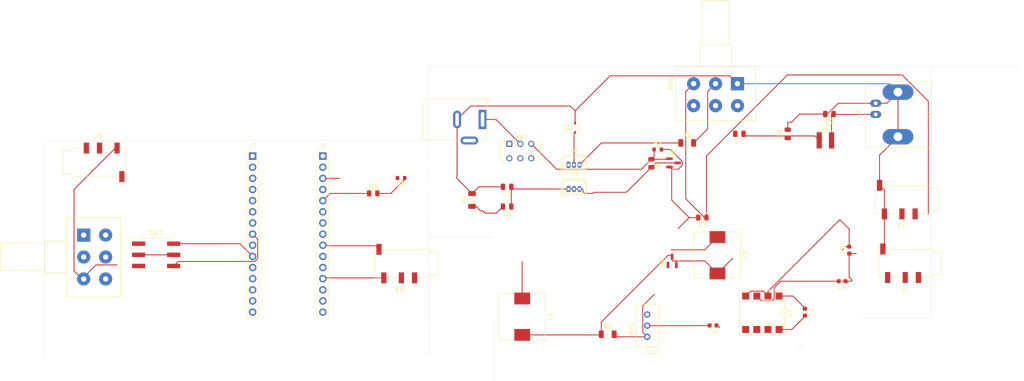
<source format=kicad_pcb>
(kicad_pcb (version 20240108) (generator "pcbnew") (generator_version "8.0")
  (layers (0 "F.Cu" signal) (31 "B.Cu" signal) (34 "B.Paste" user) (35 "F.Paste" user) (36 "B.SilkS" user "B.Silkscreen") (37 "F.SilkS" user "F.Silkscreen") (38 "B.Mask" user) (39 "F.Mask" user) (44 "Edge.Cuts" user))
  (net 0 "")
  (net 1 "Net-(C1-Pad2)")
  (net 2 "Net-(C1-Pad1)")
  (net 3 "Net-(C2-Pad2)")
  (net 4 "Net-(C2-Pad1)")
  (net 5 "Net-(D1-A)")
  (net 6 "Net-(D2-K)")
  (net 7 "Net-(U1-+)")
  (net 8 "Net-(J5-Pin_1)")
  (net 9 "Net-(D2-A)")
  (net 10 "Net-(Q2-C)")
  (net 11 "Net-(C7-Pad1)")
  (net 12 "Net-(J2-In)")
  (net 13 "Net-(D1-K)")
  (net 14 "Net-(D3-A)")
  (net 15 "Net-(D3-K)")
  (net 16 "Net-(SW1A-B)")
  (net 17 "Net-(J7-Pin_8)")
  (net 21 "Net-(J7-Pin_6)")
  (net 25 "Net-(J7-Pin_10)")
  (net 27 "Net-(J7-Pin_7)")
  (net 30 "Net-(J8-Pin_9)")
  (net 34 "Net-(J8-Pin_3)")
  (net 35 "Net-(J8-Pin_12)")
  (net 42 "Net-(Q1-C)")
  (net 43 "Net-(R6-Pad2)")
  (net 55 "Net-(J7-Pin_4)")
  (net 56 "Net-(J7-Pin_12)")
  (net 57 "Net-(J7-Pin_5)")
  (footprint "Resistor_SMD:R_0603_1608Metric" (layer "F.Cu") (at 177.825 50)
    (property "Reference" "R2" (at 0 -1.43 0) (layer "F.SilkS"))
    (property "Value" "R33k")
    (pad "1" smd roundrect (at -0.825 0) (size 0.8 0.95) (layers "F.Cu" "F.Paste" "F.Mask") (net 42 "Net-(Q1-C)"))
    (pad "2" smd roundrect (at 0.825 0) (size 0.8 0.95) (layers "F.Cu" "F.Paste" "F.Mask") (net 9 "Net-(D2-A)"))
  )
  (footprint "Capacitor_SMD:C_0603_1608Metric" (layer "F.Cu") (at 211.36 87.07 -90)
    (property "Reference" "C1" (at 0 -1.43 -90) (layer "F.SilkS"))
    (property "Value" "C 10uF")
    (pad "1" smd roundrect (at -0.775 0 270) (size 0.9 0.95) (layers "F.Cu" "F.Paste" "F.Mask") (net 2 "Net-(C1-Pad1)"))
    (pad "2" smd roundrect (at 0.775 0 270) (size 0.9 0.95) (layers "F.Cu" "F.Paste" "F.Mask") (net 1 "Net-(C1-Pad2)"))
  )
  (footprint "Resistor_SMD:R_1206_3216Metric" (layer "F.Cu") (at 135.5 61.5 90)
    (property "Reference" "R4" (at 0 -1.82 90) (layer "F.SilkS"))
    (property "Value" "R")
    (pad "1" smd roundrect (at -1.4625 0 90) (size 1.125 1.75) (layers "F.Cu" "F.Paste" "F.Mask") (roundrect_rratio 0.222222) (net 9 "Net-(D2-A)"))
    (pad "2" smd roundrect (at 1.4625 0 90) (size 1.125 1.75) (layers "F.Cu" "F.Paste" "F.Mask") (roundrect_rratio 0.222222) (net 5 "Net-(D1-A)"))
  )
  (footprint "Resistor_SMD:R_0805_2012Metric" (layer "F.Cu") (at 176.375 53.1375 -90)
    (property "Reference" "R1" (at 0 -1.65 -90) (layer "F.SilkS"))
    (property "Value" "R47k")
    (pad "1" smd roundrect (at -0.9125 0 270) (size 1.025 1.4) (layers "F.Cu" "F.Paste" "F.Mask") (roundrect_rratio 0.243902) (net 42 "Net-(Q1-C)"))
    (pad "2" smd roundrect (at 0.9125 0 270) (size 1.025 1.4) (layers "F.Cu" "F.Paste" "F.Mask") (roundrect_rratio 0.243902) (net 8 "Net-(J5-Pin_1)"))
  )
  (footprint "Capacitor_SMD:C_0805_2012Metric" (layer "F.Cu") (at 196.43 46.42 180)
    (property "Reference" "C7" (at 0 -1.68 180) (layer "F.SilkS"))
    (property "Value" "C0.01uF")
    (pad "1" smd roundrect (at -0.95 0 180) (size 1 1.45) (layers "F.Cu" "F.Paste" "F.Mask") (net 11 "Net-(C7-Pad1)"))
    (pad "2" smd roundrect (at 0.95 0 180) (size 1 1.45) (layers "F.Cu" "F.Paste" "F.Mask") (net 10 "Net-(Q2-C)"))
  )
  (footprint "LED_SMD:LED_0805_2012Metric" (layer "F.Cu") (at 112.985 60)
    (property "Reference" "D3" (at 0 -1.65 0) (layer "F.SilkS"))
    (property "Value" "LED")
    (pad "1" smd roundrect (at -0.9375 0) (size 0.975 1.4) (layers "F.Cu" "F.Paste" "F.Mask") (net 15 "Net-(D3-K)"))
    (pad "2" smd roundrect (at 0.9375 0) (size 0.975 1.4) (layers "F.Cu" "F.Paste" "F.Mask") (net 14 "Net-(D3-A)"))
  )
  (footprint "Potentiometer_THT:Potentiometer_Bourns_3296X_Horizontal" (layer "F.Cu") (at 175.43 87.6 90)
    (property "Reference" "RV2" (at -3.3 -3.66 90) (layer "F.SilkS"))
    (property "Value" "R_100ohm")
    (pad "1" thru_hole circle (at 0 0 90) (size 1.44 1.44) (drill 0.8) (layers "*.Cu" "*.Mask"))
    (pad "2" thru_hole circle (at -2.54 0 90) (size 1.44 1.44) (drill 0.8) (layers "*.Cu" "*.Mask") (net 3 "Net-(C2-Pad2)"))
    (pad "3" thru_hole circle (at -5.08 0 90) (size 1.44 1.44) (drill 0.8) (layers "*.Cu" "*.Mask") (net 5 "Net-(D1-A)"))
  )
  (footprint "Capacitor_SMD:C_0603_1608Metric" (layer "F.Cu") (at 219.86 80.02 180)
    (property "Reference" "C4" (at 0 -1.43 180) (layer "F.SilkS"))
    (property "Value" "C")
    (pad "1" smd roundrect (at -0.775 0 180) (size 0.9 0.95) (layers "F.Cu" "F.Paste" "F.Mask") (net 6 "Net-(D2-K)"))
    (pad "2" smd roundrect (at 0.775 0 180) (size 0.9 0.95) (layers "F.Cu" "F.Paste" "F.Mask") (net 7 "Net-(U1-+)"))
  )
  (footprint "Capacitor_SMD:C_0805_2012Metric" (layer "F.Cu") (at 207.45 46.42 90)
    (property "Reference" "C8" (at 0 -1.68 90) (layer "F.SilkS"))
    (property "Value" "C_Small")
    (pad "1" smd roundrect (at -0.95 0 90) (size 1 1.45) (layers "F.Cu" "F.Paste" "F.Mask") (net 11 "Net-(C7-Pad1)"))
    (pad "2" smd roundrect (at 0.95 0 90) (size 1 1.45) (layers "F.Cu" "F.Paste" "F.Mask") (net 5 "Net-(D1-A)"))
  )
  (footprint "Potentiometer_THT:Potentiometer_Alps_RK163_Dual_Horizontal" (layer "F.Cu") (at 47 69.5)
    (property "Reference" "RV3" (hide yes))
    (property "Value" "R_Potentiometer_10k")
    (pad "1" thru_hole rect (at 0 0 180) (size 3 3) (drill 1.2) (layers "*.Cu" "*.Mask") (net 25 "Net-(J7-Pin_10)"))
    (pad "2" thru_hole circle (at 0 5 180) (size 3 3) (drill 1.2) (layers "*.Cu" "*.Mask") (net 57 "Net-(J7-Pin_5)"))
    (pad "3" thru_hole circle (at 0 10 180) (size 3 3) (drill 1.2) (layers "*.Cu" "*.Mask") (net 56 "Net-(J7-Pin_12)"))
    (pad "4" thru_hole circle (at 5 0 180) (size 3 3) (drill 1.2) (layers "*.Cu" "*.Mask"))
    (pad "5" thru_hole circle (at 5 5 180) (size 3 3) (drill 1.2) (layers "*.Cu" "*.Mask"))
    (pad "6" thru_hole circle (at 5 10 180) (size 3 3) (drill 1.2) (layers "*.Cu" "*.Mask"))
  )
  (footprint "Inductor_SMD:L_10.4x10.4_H4.8" (layer "F.Cu") (at 146.93 88.1 -90)
    (property "Reference" "L1" (at 0 -6.35 90) (layer "F.SilkS"))
    (property "Value" "L_100uH")
    (pad "1" smd rect (at -4.15 0 270) (size 2.7 3.6) (layers "F.Cu" "F.Paste" "F.Mask") (net 9 "Net-(D2-A)"))
    (pad "2" smd rect (at 4.15 0 270) (size 2.7 3.6) (layers "F.Cu" "F.Paste" "F.Mask") (net 6 "Net-(D2-K)"))
  )
  (footprint "Capacitor_SMD:C_0805_2012Metric" (layer "F.Cu") (at 143.5 63 180)
    (property "Reference" "C6" (at 0 -1.68 0) (layer "F.SilkS"))
    (property "Value" "C100p")
    (pad "1" smd roundrect (at -0.95 0 180) (size 1 1.45) (layers "F.Cu" "F.Paste" "F.Mask") (net 8 "Net-(J5-Pin_1)"))
    (pad "2" smd roundrect (at 0.95 0 180) (size 1 1.45) (layers "F.Cu" "F.Paste" "F.Mask") (net 9 "Net-(D2-A)"))
  )
  (footprint "Capacitor_SMD:C_0603_1608Metric" (layer "F.Cu") (at 190.43 90.1 180)
    (property "Reference" "C2" (at 0 -1.43 180) (layer "F.SilkS"))
    (property "Value" "C 10uF")
    (pad "1" smd roundrect (at -0.775 0 180) (size 0.9 0.95) (layers "F.Cu" "F.Paste" "F.Mask") (net 4 "Net-(C2-Pad1)"))
    (pad "2" smd roundrect (at 0.775 0 180) (size 0.9 0.95) (layers "F.Cu" "F.Paste" "F.Mask") (net 3 "Net-(C2-Pad2)"))
  )
  (footprint "Connector_Audio:Jack_3.5mm_KoreanHropartsElec_PJ-320D-4A_Horizontal" (layer "F.Cu") (at 234.08 75.92 180)
    (property "Reference" "J4" (at 0 -6 180) (layer "F.SilkS"))
    (property "Value" "AudioJack3_Ground")
    (pad "" np_thru_hole circle (at -4.75 0 180) (size 1.6 1.6) (drill 1.6) (layers "F&B.Cu" "*.Mask"))
    (pad "" np_thru_hole circle (at 2.25 0 180) (size 1.6 1.6) (drill 1.6) (layers "F&B.Cu" "*.Mask"))
    (pad "R1" smd rect (at -0.15 -3.25 180) (size 1.2 2.5) (layers "F.Cu" "F.Paste" "F.Mask"))
    (pad "R2" smd rect (at -3.15 -3.25 180) (size 1.2 2.5) (layers "F.Cu" "F.Paste" "F.Mask"))
    (pad "S" smd rect (at 4.95 3.25 180) (size 1.2 2.5) (layers "F.Cu" "F.Paste" "F.Mask") (net 5 "Net-(D1-A)"))
    (pad "T" smd rect (at 3.85 -3.25 180) (size 1.2 2.5) (layers "F.Cu" "F.Paste" "F.Mask") (net 6 "Net-(D2-K)"))
  )
  (footprint "Connector_Audio:Jack_3.5mm_KoreanHropartsElec_PJ-320D-4A_Horizontal" (layer "F.Cu") (at 119.25 76 180)
    (property "Reference" "J10" (at 0 -6 180) (layer "F.SilkS"))
    (property "Value" "AudioJack3_Radio")
    (pad "" np_thru_hole circle (at -4.75 0 180) (size 1.6 1.6) (drill 1.6) (layers "F&B.Cu" "*.Mask"))
    (pad "" np_thru_hole circle (at 2.25 0 180) (size 1.6 1.6) (drill 1.6) (layers "F&B.Cu" "*.Mask"))
    (pad "R1" smd rect (at -0.15 -3.25 180) (size 1.2 2.5) (layers "F.Cu" "F.Paste" "F.Mask"))
    (pad "R2" smd rect (at -3.15 -3.25 180) (size 1.2 2.5) (layers "F.Cu" "F.Paste" "F.Mask"))
    (pad "S" smd rect (at 4.95 3.25 180) (size 1.2 2.5) (layers "F.Cu" "F.Paste" "F.Mask") (net 30 "Net-(J8-Pin_9)"))
    (pad "T" smd rect (at 3.85 -3.25 180) (size 1.2 2.5) (layers "F.Cu" "F.Paste" "F.Mask") (net 35 "Net-(J8-Pin_12)"))
  )
  (footprint "Inductor_SMD:L_10.4x10.4_H4.8" (layer "F.Cu") (at 191.43 74.1 -90)
    (property "Reference" "L3" (at 0 -6.35 90) (layer "F.SilkS"))
    (property "Value" "L")
    (pad "1" smd rect (at -4.15 0 270) (size 2.7 3.6) (layers "F.Cu" "F.Paste" "F.Mask") (net 9 "Net-(D2-A)"))
    (pad "2" smd rect (at 4.15 0 270) (size 2.7 3.6) (layers "F.Cu" "F.Paste" "F.Mask") (net 10 "Net-(Q2-C)"))
  )
  (footprint "Connector_Hirose:Hirose_DF13-03P-1.25DSA_1x03_P1.25mm_Vertical" (layer "F.Cu") (at 157.5 59)
    (property "Reference" "J5" (at 1.25 -3.4 0) (layer "F.SilkS"))
    (property "Value" "Conn_01x03_Pin")
    (pad "1" thru_hole roundrect (at 0 0) (size 0.9 1.4) (drill 0.6) (layers "*.Cu" "*.Mask") (net 8 "Net-(J5-Pin_1)"))
    (pad "2" thru_hole oval (at 1.25 0) (size 0.9 1.4) (drill 0.6) (layers "*.Cu" "*.Mask") (net 8 "Net-(J5-Pin_1)"))
    (pad "3" thru_hole oval (at 2.5 0) (size 0.9 1.4) (drill 0.6) (layers "*.Cu" "*.Mask") (net 8 "Net-(J5-Pin_1)"))
  )
  (footprint "Package_TO_SOT_SMD:SOT-23" (layer "F.Cu") (at 181.4375 53.05)
    (property "Reference" "Q1" (at 0 -2.4 0) (layer "F.SilkS"))
    (property "Value" "9013")
    (pad "1" smd roundrect (at -0.9375 -0.95) (size 1.475 0.6) (layers "F.Cu" "F.Paste" "F.Mask") (net 42 "Net-(Q1-C)"))
    (pad "2" smd roundrect (at -0.9375 0.95) (size 1.475 0.6) (layers "F.Cu" "F.Paste" "F.Mask") (net 9 "Net-(D2-A)"))
    (pad "3" smd roundrect (at 0.9375 0) (size 1.475 0.6) (layers "F.Cu" "F.Paste" "F.Mask") (net 8 "Net-(J5-Pin_1)"))
  )
  (footprint "Inductor_SMD:L_Taiyo-Yuden_MD-4040" (layer "F.Cu") (at 216.03 47.92)
    (property "Reference" "L2" (at 0 -3 0) (layer "F.SilkS"))
    (property "Value" "1uH")
    (pad "1" smd rect (at -1.4 0) (size 1.2 3.7) (layers "F.Cu" "F.Paste" "F.Mask") (net 11 "Net-(C7-Pad1)"))
    (pad "2" smd rect (at 1.4 0) (size 1.2 3.7) (layers "F.Cu" "F.Paste" "F.Mask") (net 12 "Net-(J2-In)"))
  )
  (footprint "Button_Switch_SMD:Nidec_Copal_SH-7010B" (layer "F.Cu") (at 63.5 74)
    (property "Reference" "SW7" (at 0 -4.9 0) (layer "F.SilkS"))
    (property "Value" "SW_Coded_SH-7050")
    (pad "1" smd rect (at -4 -2.54) (size 3 1) (layers "F.Cu" "F.Paste" "F.Mask") (net 55 "Net-(J7-Pin_4)"))
    (pad "2" smd rect (at 4 2.54) (size 3 1) (layers "F.Cu" "F.Paste" "F.Mask") (net 17 "Net-(J7-Pin_8)"))
    (pad "4" smd rect (at -4 2.54) (size 3 1) (layers "F.Cu" "F.Paste" "F.Mask"))
    (pad "8" smd rect (at 4 -2.54) (size 3 1) (layers "F.Cu" "F.Paste" "F.Mask") (net 25 "Net-(J7-Pin_10)"))
    (pad "C" smd rect (at -4 0) (size 3 1) (layers "F.Cu" "F.Paste" "F.Mask") (net 56 "Net-(J7-Pin_12)"))
    (pad "C" smd rect (at 4 0) (size 3 1) (layers "F.Cu" "F.Paste" "F.Mask") (net 56 "Net-(J7-Pin_12)"))
  )
  (footprint "Connector_Audio:Jack_3.5mm_KoreanHropartsElec_PJ-320D-4A_Horizontal" (layer "F.Cu") (at 233.33 61.42 180)
    (property "Reference" "J3" (at 0 -6 180) (layer "F.SilkS"))
    (property "Value" "AudioJack3_Ground")
    (pad "" np_thru_hole circle (at -4.75 0 180) (size 1.6 1.6) (drill 1.6) (layers "F&B.Cu" "*.Mask"))
    (pad "" np_thru_hole circle (at 2.25 0 180) (size 1.6 1.6) (drill 1.6) (layers "F&B.Cu" "*.Mask"))
    (pad "R1" smd rect (at -0.15 -3.25 180) (size 1.2 2.5) (layers "F.Cu" "F.Paste" "F.Mask"))
    (pad "R2" smd rect (at -3.15 -3.25 180) (size 1.2 2.5) (layers "F.Cu" "F.Paste" "F.Mask"))
    (pad "S" smd rect (at 4.95 3.25 180) (size 1.2 2.5) (layers "F.Cu" "F.Paste" "F.Mask") (net 5 "Net-(D1-A)"))
    (pad "T" smd rect (at 3.85 -3.25 180) (size 1.2 2.5) (layers "F.Cu" "F.Paste" "F.Mask") (net 5 "Net-(D1-A)"))
  )
  (footprint "Button_Switch_THT:SW_CK_JS202011CQN_DPDT_Straight" (layer "F.Cu") (at 144 48.7)
    (property "Reference" "SW1" (at 2.75 -1.6 0) (layer "F.SilkS"))
    (property "Value" "SW_DPDT_x2")
    (pad "1" thru_hole roundrect (at 0 0) (size 1.4 1.4) (drill 0.9) (layers "*.Cu" "*.Mask") (roundrect_rratio 0.1785714286))
    (pad "2" thru_hole circle (at 2.5 0) (size 1.4 1.4) (drill 0.9) (layers "*.Cu" "*.Mask") (net 16 "Net-(SW1A-B)"))
    (pad "3" thru_hole circle (at 5 0) (size 1.4 1.4) (drill 0.9) (layers "*.Cu" "*.Mask") (net 42 "Net-(Q1-C)"))
    (pad "4" thru_hole circle (at 5 3.3) (size 1.4 1.4) (drill 0.9) (layers "*.Cu" "*.Mask"))
    (pad "5" thru_hole circle (at 2.5 3.3) (size 1.4 1.4) (drill 0.9) (layers "*.Cu" "*.Mask"))
    (pad "6" thru_hole circle (at 0 3.3) (size 1.4 1.4) (drill 0.9) (layers "*.Cu" "*.Mask"))
  )
  (footprint "Connector_PinHeader_2.54mm:PinHeader_1x15_P2.54mm_Vertical" (layer "F.Cu") (at 101.5 51.5)
    (property "Reference" "J8" (at 0 -2.33 0) (layer "F.SilkS"))
    (property "Value" "Conn_01x15_PinRight")
    (pad "1" thru_hole rect (at 0 0) (size 1.7 1.7) (drill 1) (layers "*.Cu" "*.Mask"))
    (pad "2" thru_hole oval (at 0 2.54) (size 1.7 1.7) (drill 1) (layers "*.Cu" "*.Mask"))
    (pad "3" thru_hole oval (at 0 5.08) (size 1.7 1.7) (drill 1) (layers "*.Cu" "*.Mask") (net 34 "Net-(J8-Pin_3)"))
    (pad "4" thru_hole oval (at 0 7.62) (size 1.7 1.7) (drill 1) (layers "*.Cu" "*.Mask"))
    (pad "5" thru_hole oval (at 0 10.16) (size 1.7 1.7) (drill 1) (layers "*.Cu" "*.Mask") (net 15 "Net-(D3-K)"))
    (pad "6" thru_hole oval (at 0 12.7) (size 1.7 1.7) (drill 1) (layers "*.Cu" "*.Mask"))
    (pad "7" thru_hole oval (at 0 15.24) (size 1.7 1.7) (drill 1) (layers "*.Cu" "*.Mask"))
    (pad "8" thru_hole oval (at 0 17.78) (size 1.7 1.7) (drill 1) (layers "*.Cu" "*.Mask"))
    (pad "9" thru_hole oval (at 0 20.32) (size 1.7 1.7) (drill 1) (layers "*.Cu" "*.Mask") (net 30 "Net-(J8-Pin_9)"))
    (pad "10" thru_hole oval (at 0 22.86) (size 1.7 1.7) (drill 1) (layers "*.Cu" "*.Mask"))
    (pad "11" thru_hole oval (at 0 25.4) (size 1.7 1.7) (drill 1) (layers "*.Cu" "*.Mask"))
    (pad "12" thru_hole oval (at 0 27.94) (size 1.7 1.7) (drill 1) (layers "*.Cu" "*.Mask") (net 35 "Net-(J8-Pin_12)"))
    (pad "13" thru_hole oval (at 0 30.48) (size 1.7 1.7) (drill 1) (layers "*.Cu" "*.Mask"))
    (pad "14" thru_hole oval (at 0 33.02) (size 1.7 1.7) (drill 1) (layers "*.Cu" "*.Mask"))
    (pad "15" thru_hole oval (at 0 35.56) (size 1.7 1.7) (drill 1) (layers "*.Cu" "*.Mask"))
  )
  (footprint "Resistor_SMD:R_0603_1608Metric" (layer "F.Cu") (at 119.325 56.5 180)
    (property "Reference" "R8" (at 0 -1.43 180) (layer "F.SilkS"))
    (property "Value" "R")
    (pad "1" smd roundrect (at -0.825 0 180) (size 0.8 0.95) (layers "F.Cu" "F.Paste" "F.Mask") (net 14 "Net-(D3-A)"))
    (pad "2" smd roundrect (at 0.825 0 180) (size 0.8 0.95) (layers "F.Cu" "F.Paste" "F.Mask") (net 34 "Net-(J8-Pin_3)"))
  )
  (footprint "Connector_Audio:Jack_3.5mm_KoreanHropartsElec_PJ-320D-4A_Horizontal" (layer "F.Cu") (at 50.75 52.92)
    (property "Reference" "J9" (at -0.4 -6 0) (layer "F.SilkS"))
    (property "Value" "AudioJack3_Key")
    (pad "" np_thru_hole circle (at -4.75 0) (size 1.6 1.6) (drill 1.6) (layers "F&B.Cu" "*.Mask"))
    (pad "" np_thru_hole circle (at 2.25 0) (size 1.6 1.6) (drill 1.6) (layers "F&B.Cu" "*.Mask"))
    (pad "R1" smd rect (at -0.15 -3.25) (size 1.2 2.5) (layers "F.Cu" "F.Paste" "F.Mask"))
    (pad "R2" smd rect (at -3.15 -3.25) (size 1.2 2.5) (layers "F.Cu" "F.Paste" "F.Mask"))
    (pad "S" smd rect (at 4.95 3.25) (size 1.2 2.5) (layers "F.Cu" "F.Paste" "F.Mask") (net 27 "Net-(J7-Pin_7)"))
    (pad "T" smd rect (at 3.85 -3.25) (size 1.2 2.5) (layers "F.Cu" "F.Paste" "F.Mask") (net 56 "Net-(J7-Pin_12)"))
  )
  (footprint "Connector_Hirose:Hirose_DF13-03P-1.25DSA_1x03_P1.25mm_Vertical" (layer "F.Cu") (at 157.5 53.5)
    (property "Reference" "J6" (at 1.25 -3.4 0) (layer "F.SilkS"))
    (property "Value" "Conn_01x03_Pin")
    (pad "1" thru_hole roundrect (at 0 0) (size 0.9 1.4) (drill 0.6) (layers "*.Cu" "*.Mask") (net 13 "Net-(D1-K)"))
    (pad "2" thru_hole oval (at 1.25 0) (size 0.9 1.4) (drill 0.6) (layers "*.Cu" "*.Mask") (net 13 "Net-(D1-K)"))
    (pad "3" thru_hole oval (at 2.5 0) (size 0.9 1.4) (drill 0.6) (layers "*.Cu" "*.Mask") (net 13 "Net-(D1-K)"))
  )
  (footprint "Diode_SMD:D_SOD-323" (layer "F.Cu") (at 159 45.05 90)
    (property "Reference" "D1" (at 0 -1.85 90) (layer "F.SilkS"))
    (property "Value" "D_C145491")
    (pad "1" smd roundrect (at -1.05 0 90) (size 0.6 0.45) (layers "F.Cu" "F.Paste" "F.Mask") (net 13 "Net-(D1-K)"))
    (pad "2" smd roundrect (at 1.05 0 90) (size 0.6 0.45) (layers "F.Cu" "F.Paste" "F.Mask") (net 5 "Net-(D1-A)"))
  )
  (footprint "Connector_Coaxial:BNC_Amphenol_B6252HB-NPP3G-50_Horizontal" (layer "F.Cu") (at 227.5 42 -90)
    (property "Reference" "J2" (at 0 4 90) (layer "F.SilkS"))
    (property "Value" "Conn_Coaxial")
    (pad "1" thru_hole oval (at 0 0 270) (size 1.6 2.5) (drill 0.89) (layers "*.Cu" "*.Mask") (net 12 "Net-(J2-In)"))
    (pad "2" thru_hole oval (at -5.08 -5.08 270) (size 3.5 7) (drill 2.01) (layers "*.Cu" "*.Mask") (net 5 "Net-(D1-A)"))
    (pad "2" thru_hole oval (at -2.54 0 270) (size 1.6 2.5) (drill 0.89) (layers "*.Cu" "*.Mask") (net 5 "Net-(D1-A)"))
    (pad "2" thru_hole oval (at 5.08 -5.08 270) (size 3.5 7) (drill 2.01) (layers "*.Cu" "*.Mask") (net 5 "Net-(D1-A)"))
  )
  (footprint "Connector_PinHeader_2.54mm:PinHeader_1x15_P2.54mm_Vertical" (layer "F.Cu") (at 85.5 51.5)
    (property "Reference" "J7" (at 0 -2.33 0) (layer "F.SilkS"))
    (property "Value" "Conn_01x15_PinLeft")
    (pad "1" thru_hole rect (at 0 0) (size 1.7 1.7) (drill 1) (layers "*.Cu" "*.Mask"))
    (pad "2" thru_hole oval (at 0 2.54) (size 1.7 1.7) (drill 1) (layers "*.Cu" "*.Mask"))
    (pad "3" thru_hole oval (at 0 5.08) (size 1.7 1.7) (drill 1) (layers "*.Cu" "*.Mask"))
    (pad "4" thru_hole oval (at 0 7.62) (size 1.7 1.7) (drill 1) (layers "*.Cu" "*.Mask") (net 55 "Net-(J7-Pin_4)"))
    (pad "5" thru_hole oval (at 0 10.16) (size 1.7 1.7) (drill 1) (layers "*.Cu" "*.Mask") (net 57 "Net-(J7-Pin_5)"))
    (pad "6" thru_hole oval (at 0 12.7) (size 1.7 1.7) (drill 1) (layers "*.Cu" "*.Mask") (net 21 "Net-(J7-Pin_6)"))
    (pad "7" thru_hole oval (at 0 15.24) (size 1.7 1.7) (drill 1) (layers "*.Cu" "*.Mask") (net 27 "Net-(J7-Pin_7)"))
    (pad "8" thru_hole oval (at 0 17.78) (size 1.7 1.7) (drill 1) (layers "*.Cu" "*.Mask") (net 17 "Net-(J7-Pin_8)"))
    (pad "9" thru_hole oval (at 0 20.32) (size 1.7 1.7) (drill 1) (layers "*.Cu" "*.Mask"))
    (pad "10" thru_hole oval (at 0 22.86) (size 1.7 1.7) (drill 1) (layers "*.Cu" "*.Mask") (net 25 "Net-(J7-Pin_10)"))
    (pad "11" thru_hole oval (at 0 25.4) (size 1.7 1.7) (drill 1) (layers "*.Cu" "*.Mask"))
    (pad "12" thru_hole oval (at 0 27.94) (size 1.7 1.7) (drill 1) (layers "*.Cu" "*.Mask") (net 56 "Net-(J7-Pin_12)"))
    (pad "13" thru_hole oval (at 0 30.48) (size 1.7 1.7) (drill 1) (layers "*.Cu" "*.Mask"))
    (pad "14" thru_hole oval (at 0 33.02) (size 1.7 1.7) (drill 1) (layers "*.Cu" "*.Mask"))
    (pad "15" thru_hole oval (at 0 35.56) (size 1.7 1.7) (drill 1) (layers "*.Cu" "*.Mask"))
  )
  (footprint "Resistor_SMD:R_1206_3216Metric" (layer "F.Cu") (at 184.5375 48.5)
    (property "Reference" "R6" (at 0 -1.82 0) (layer "F.SilkS"))
    (property "Value" "R100k")
    (pad "1" smd roundrect (at -1.4625 0) (size 1.125 1.75) (layers "F.Cu" "F.Paste" "F.Mask") (roundrect_rratio 0.222222) (net 13 "Net-(D1-K)"))
    (pad "2" smd roundrect (at 1.4625 0) (size 1.125 1.75) (layers "F.Cu" "F.Paste" "F.Mask") (roundrect_rratio 0.222222) (net 43 "Net-(R6-Pad2)"))
  )
  (footprint "Connector_BarrelJack:BarrelJack_Wuerth_6941xx301002" (layer "F.Cu") (at 137.9 43.15 -90)
    (property "Reference" "J1" (at 0 -2.5 90) (layer "F.SilkS"))
    (property "Value" "Barrel_Jack_MountingPin")
    (pad "1" thru_hole rect (at 0 0 270) (size 4.4 1.8) (drill oval 3.4 0.8) (layers "*.Cu" "*.Mask") (net 16 "Net-(SW1A-B)"))
    (pad "2" thru_hole oval (at 0 5.8 270) (size 4 1.8) (drill oval 3 0.8) (layers "*.Cu" "*.Mask") (net 5 "Net-(D1-A)"))
    (pad "3" thru_hole oval (at 4.8 3) (size 4 1.8) (drill oval 3 0.8) (layers "*.Cu" "*.Mask"))
  )
  (footprint "Resistor_SMD:R_1206_3216Metric" (layer "F.Cu") (at 166.43 92.1)
    (property "Reference" "R3" (at 0 -1.82 0) (layer "F.SilkS"))
    (property "Value" "R10K")
    (pad "1" smd roundrect (at -1.4625 0) (size 1.125 1.75) (layers "F.Cu" "F.Paste" "F.Mask") (roundrect_rratio 0.222222) (net 6 "Net-(D2-K)"))
    (pad "2" smd roundrect (at 1.4625 0) (size 1.125 1.75) (layers "F.Cu" "F.Paste" "F.Mask") (roundrect_rratio 0.222222) (net 5 "Net-(D1-A)"))
  )
  (footprint "Package_DIP:DIP-8_W7.62mm_SMDSocket_SmallPads" (layer "F.Cu") (at 201.67 87.21 -90)
    (property "Reference" "U1" (at 0 -6.14 90) (layer "F.SilkS"))
    (property "Value" "LM386")
    (pad "1" smd rect (at -3.81 -3.81 270) (size 1.6 1.6) (layers "F.Cu" "F.Paste" "F.Mask") (net 2 "Net-(C1-Pad1)"))
    (pad "2" smd rect (at -3.81 -1.27 270) (size 1.6 1.6) (layers "F.Cu" "F.Paste" "F.Mask") (net 5 "Net-(D1-A)"))
    (pad "3" smd rect (at -3.81 1.27 270) (size 1.6 1.6) (layers "F.Cu" "F.Paste" "F.Mask") (net 7 "Net-(U1-+)"))
    (pad "4" smd rect (at -3.81 3.81 270) (size 1.6 1.6) (layers "F.Cu" "F.Paste" "F.Mask") (net 5 "Net-(D1-A)"))
    (pad "5" smd rect (at 3.81 3.81 270) (size 1.6 1.6) (layers "F.Cu" "F.Paste" "F.Mask") (net 4 "Net-(C2-Pad1)"))
    (pad "6" smd rect (at 3.81 1.27 270) (size 1.6 1.6) (layers "F.Cu" "F.Paste" "F.Mask"))
    (pad "7" smd rect (at 3.81 -1.27 270) (size 1.6 1.6) (layers "F.Cu" "F.Paste" "F.Mask"))
    (pad "8" smd rect (at 3.81 -3.81 270) (size 1.6 1.6) (layers "F.Cu" "F.Paste" "F.Mask") (net 1 "Net-(C1-Pad2)"))
  )
  (footprint "Potentiometer_THT:Potentiometer_Alps_RK163_Dual_Horizontal" (layer "F.Cu") (at 196 35 -90)
    (property "Reference" "RV1" (at -0.000001 15.199999 90) (layer "F.SilkS"))
    (property "Value" "R_Pot50k")
    (pad "1" thru_hole rect (at 0 0 90) (size 3 3) (drill 1.2) (layers "*.Cu" "*.Mask") (net 5 "Net-(D1-A)"))
    (pad "2" thru_hole circle (at 0 5 90) (size 3 3) (drill 1.2) (layers "*.Cu" "*.Mask") (net 43 "Net-(R6-Pad2)"))
    (pad "3" thru_hole circle (at 0 10 90) (size 3 3) (drill 1.2) (layers "*.Cu" "*.Mask") (net 6 "Net-(D2-K)"))
    (pad "4" thru_hole circle (at 5 0 90) (size 3 3) (drill 1.2) (layers "*.Cu" "*.Mask"))
    (pad "5" thru_hole circle (at 5 5 90) (size 3 3) (drill 1.2) (layers "*.Cu" "*.Mask"))
    (pad "6" thru_hole circle (at 5 10 90) (size 3 3) (drill 1.2) (layers "*.Cu" "*.Mask"))
  )
  (footprint "LED_SMD:LED_0805_2012Metric" (layer "F.Cu") (at 188 65.515 180)
    (property "Reference" "D2" (at 0 -1.65 180) (layer "F.SilkS"))
    (property "Value" "LED")
    (pad "1" smd roundrect (at -0.9375 0 180) (size 0.975 1.4) (layers "F.Cu" "F.Paste" "F.Mask") (net 6 "Net-(D2-K)"))
    (pad "2" smd roundrect (at 0.9375 0 180) (size 0.975 1.4) (layers "F.Cu" "F.Paste" "F.Mask") (net 9 "Net-(D2-A)"))
  )
  (footprint "Capacitor_SMD:C_0805_2012Metric" (layer "F.Cu") (at 143.5 58.5 180)
    (property "Reference" "C5" (at 0 -1.68 0) (layer "F.SilkS"))
    (property "Value" "C100p")
    (pad "1" smd roundrect (at -0.95 0 180) (size 1 1.45) (layers "F.Cu" "F.Paste" "F.Mask") (net 8 "Net-(J5-Pin_1)"))
    (pad "2" smd roundrect (at 0.95 0 180) (size 1 1.45) (layers "F.Cu" "F.Paste" "F.Mask") (net 5 "Net-(D1-A)"))
  )
  (footprint "Capacitor_SMD:C_0805_2012Metric" (layer "F.Cu") (at 216.95 41.92 180)
    (property "Reference" "C9" (at 0 -1.68 180) (layer "F.SilkS"))
    (property "Value" "C_Small")
    (pad "1" smd roundrect (at -0.95 0 180) (size 1 1.45) (layers "F.Cu" "F.Paste" "F.Mask") (net 12 "Net-(J2-In)"))
    (pad "2" smd roundrect (at 0.95 0 180) (size 1 1.45) (layers "F.Cu" "F.Paste" "F.Mask") (net 5 "Net-(D1-A)"))
  )
  (footprint "Capacitor_SMD:C_0603_1608Metric" (layer "F.Cu") (at 221.46 72.92 90)
    (property "Reference" "C3" (at 0 -1.43 90) (layer "F.SilkS"))
    (property "Value" "C")
    (pad "1" smd roundrect (at -0.775 0 90) (size 0.9 0.95) (layers "F.Cu" "F.Paste" "F.Mask") (net 6 "Net-(D2-K)"))
    (pad "2" smd roundrect (at 0.775 0 90) (size 0.9 0.95) (layers "F.Cu" "F.Paste" "F.Mask") (net 5 "Net-(D1-A)"))
  )
  (footprint "Package_TO_SOT_SMD:SOT-23" (layer "F.Cu") (at 181.105 75.39 90)
    (property "Reference" "Q2" (at 0 -2.4 90) (layer "F.SilkS"))
    (property "Value" "8050")
    (pad "1" smd roundrect (at -0.9375 -0.95 90) (size 1.475 0.6) (layers "F.Cu" "F.Paste" "F.Mask") (net 10 "Net-(Q2-C)"))
    (pad "2" smd roundrect (at -0.9375 0.95 90) (size 1.475 0.6) (layers "F.Cu" "F.Paste" "F.Mask") (net 6 "Net-(D2-K)"))
    (pad "3" smd roundrect (at 0.9375 0 90) (size 1.475 0.6) (layers "F.Cu" "F.Paste" "F.Mask") (net 9 "Net-(D2-A)"))
  )
  (gr_line (start 125.5 52.25) (end 125.5 49.25) (stroke (width 0.05)) (layer "Edge.Cuts"))
  (gr_line (start 125.75 97.5) (end 125.5 70) (stroke (width 0.05)) (layer "Edge.Cuts"))
  (gr_line (start 140.5 102.75) (end 140.5 89) (stroke (width 0.05)) (layer "Edge.Cuts"))
  (gr_line (start 240.18 31.42) (end 240.18 88.42) (stroke (width 0.05)) (layer "Edge.Cuts"))
  (gr_line (start 130.5 70) (end 135.5 70) (stroke (width 0.05)) (layer "Edge.Cuts"))
  (gr_line (start 140.5 70) (end 135.5 70) (stroke (width 0.05)) (layer "Edge.Cuts"))
  (gr_line (start 200 31) (end 125.5 31) (stroke (width 0.05)) (layer "Edge.Cuts"))
  (gr_line (start 125.5 57) (end 125.5 54) (stroke (width 0.05)) (layer "Edge.Cuts"))
  (gr_line (start 125.5 48) (end 38 48) (stroke (width 0.05)) (layer "Edge.Cuts"))
  (gr_line (start 38 48) (end 38 97.5) (stroke (width 0.05)) (layer "Edge.Cuts"))
  (gr_line (start 240.18 88.42) (end 224.43 88.42) (stroke (width 0.05)) (layer "Edge.Cuts"))
  (gr_line (start 130.5 70) (end 125.5 70) (stroke (width 0.05)) (layer "Edge.Cuts"))
  (gr_line (start 211.11 94.27) (end 209.11 96.27) (stroke (width 0.05)) (layer "Edge.Cuts"))
  (gr_line (start 125.5 62.5) (end 125.5 59.5) (stroke (width 0.05)) (layer "Edge.Cuts"))
  (gr_line (start 200 31) (end 260.25 31) (stroke (width 0.05)) (layer "Edge.Cuts"))
  (gr_line (start 125.5 70) (end 125.5 64.25) (stroke (width 0.05)) (layer "Edge.Cuts"))
  (gr_line (start 125.5 31) (end 125.5 48) (stroke (width 0.05)) (layer "Edge.Cuts"))
  (segment (start 205.48 91.02) (end 208.36 91.02) (width 0.2) (layer "F.Cu") (net 1))
  (segment (start 208.36 91.02) (end 211.36 88.02) (width 0.2) (layer "F.Cu") (net 1))
  (segment (start 208.64 83.4) (end 211.36 86.12) (width 0.2) (layer "F.Cu") (net 2))
  (segment (start 205.48 83.4) (end 208.64 83.4) (width 0.2) (layer "F.Cu") (net 2))
  (segment (start 189.44 90.14) (end 189.48 90.1) (width 0.2) (layer "F.Cu") (net 3))
  (segment (start 175.43 90.14) (end 189.44 90.14) (width 0.2) (layer "F.Cu") (net 3))
  (segment (start 191.38 90.1) (end 191.88 90.6) (width 0.2) (layer "F.Cu") (net 4))
  (segment (start 159 41.19) (end 166.99 33.2) (width 0.2) (layer "F.Cu") (net 5))
  (segment (start 137.01875 58.51875) (end 137.0625 58.475) (width 0.2) (layer "F.Cu") (net 5))
  (segment (start 132.01875 56.55625) (end 135.5 60.0375) (width 0.2) (layer "F.Cu") (net 5))
  (segment (start 221.46 72.145) (end 221.46 68.13) (width 0.2) (layer "F.Cu") (net 5))
  (segment (start 174.41 91.66) (end 174.41 85.62) (width 0.2) (layer "F.Cu") (net 5))
  (segment (start 135.5 60.0375) (end 137.01875 58.51875) (width 0.2) (layer "F.Cu") (net 5))
  (segment (start 229.48 72.32) (end 229.13 72.67) (width 0.2) (layer "F.Cu") (net 5))
  (segment (start 166.99 33.2) (end 194.2 33.2) (width 0.2) (layer "F.Cu") (net 5))
  (segment (start 132.01875 56.01875) (end 132.01875 56.55625) (width 0.2) (layer "F.Cu") (net 5))
  (segment (start 201.84 82.3) (end 202.94 83.4) (width 0.2) (layer "F.Cu") (net 5))
  (segment (start 159 41.19) (end 157.900001 40.090001) (width 0.2) (layer "F.Cu") (net 5))
  (segment (start 216.47 41.92) (end 218.93 39.46) (width 0.2) (layer "F.Cu") (net 5))
  (segment (start 232.58 36.92) (end 232.58 47.08) (width 0.2) (layer "F.Cu") (net 5))
  (segment (start 194.2 33.2) (end 196 35) (width 0.2) (layer "F.Cu") (net 5))
  (segment (start 229.48 59.27) (end 228.38 58.17) (width 0.2) (layer "F.Cu") (net 5))
  (segment (start 219.892157 72.892157) (end 220.114314 72.67) (width 0.2) (layer "F.Cu") (net 5))
  (segment (start 167.8925 92.1) (end 168.4725 92.68) (width 0.2) (layer "F.Cu") (net 5))
  (segment (start 229.48 64.67) (end 229.48 72.32) (width 0.2) (layer "F.Cu") (net 5))
  (segment (start 132.01875 56.01875) (end 132.1 55.9375) (width 0.2) (layer "F.Cu") (net 5))
  (segment (start 198.96 82.3) (end 201.84 82.3) (width 0.2) (layer "F.Cu") (net 5))
  (segment (start 135.159999 40.090001) (end 132.1 43.15) (width 0.2) (layer "F.Cu") (net 5))
  (segment (start 132.1 55.9375) (end 132.1 43.15) (width 0.2) (layer "F.Cu") (net 5))
  (segment (start 229.48 64.67) (end 229.48 59.27) (width 0.2) (layer "F.Cu") (net 5))
  (segment (start 210.17 41.92) (end 216.47 41.92) (width 0.2) (layer "F.Cu") (net 5))
  (segment (start 207.45 43.79) (end 207.45 45.94) (width 0.2) (layer "F.Cu") (net 5))
  (segment (start 157.900001 40.090001) (end 135.159999 40.090001) (width 0.2) (layer "F.Cu") (net 5))
  (segment (start 218.93 39.46) (end 227.5 39.46) (width 0.2) (layer "F.Cu") (net 5))
  (segment (start 228.38 51.28) (end 232.58 47.08) (width 0.2) (layer "F.Cu") (net 5))
  (segment (start 175.43 92.68) (end 174.41 91.66) (width 0.2) (layer "F.Cu") (net 5))
  (segment (start 202.94 83.4) (end 202.94 82.374314) (width 0.2) (layer "F.Cu") (net 5))
  (segment (start 221.46 68.13) (end 219.322157 65.992157) (width 0.2) (layer "F.Cu") (net 5))
  (segment (start 227.5 39.46) (end 230.04 39.46) (width 0.2) (layer "F.Cu") (net 5))
  (segment (start 228.38 58.17) (end 228.38 51.28) (width 0.2) (layer "F.Cu") (net 5))
  (segment (start 207.45 43.79) (end 208.3 43.79) (width 0.2) (layer "F.Cu") (net 5))
  (segment (start 174.41 85.62) (end 177.05 82.98) (width 0.2) (layer "F.Cu") (net 5))
  (segment (start 208.3 43.79) (end 210.17 41.92) (width 0.2) (layer "F.Cu") (net 5))
  (segment (start 137.01875 58.51875) (end 137.0375 58.5) (width 0.2) (layer "F.Cu") (net 5))
  (segment (start 197.86 83.4) (end 198.96 82.3) (width 0.2) (layer "F.Cu") (net 5))
  (segment (start 230.04 39.46) (end 232.58 36.92) (width 0.2) (layer "F.Cu") (net 5))
  (segment (start 159 44) (end 159 41.19) (width 0.2) (layer "F.Cu") (net 5))
  (segment (start 221.46 72.145) (end 220.635 72.145) (width 0.2) (layer "F.Cu") (net 5))
  (segment (start 202.94 82.374314) (end 219.322157 65.992157) (width 0.2) (layer "F.Cu") (net 5))
  (segment (start 168.4725 92.68) (end 175.43 92.68) (width 0.2) (layer "F.Cu") (net 5))
  (segment (start 137.0375 58.5) (end 142.55 58.5) (width 0.2) (layer "F.Cu") (net 5))
  (segment (start 196 35) (end 230.66 35) (width 0.2) (layer "B.Cu") (net 5))
  (segment (start 174.41 91.66) (end 175.43 92.68) (width 0.2) (layer "B.Cu") (net 5))
  (segment (start 230.66 35) (end 232.58 36.92) (width 0.2) (layer "B.Cu") (net 5))
  (segment (start 221.46 73.695) (end 223.085 73.695) (width 0.2) (layer "F.Cu") (net 6))
  (segment (start 239.5 64.75) (end 239.5 39) (width 0.2) (layer "F.Cu") (net 6))
  (segment (start 207.390256 33) (end 188.9375 51.452756) (width 0.2) (layer "F.Cu") (net 6))
  (segment (start 221.46 79.13) (end 222.13 79.8) (width 0.2) (layer "F.Cu") (net 6))
  (segment (start 164.9675 89.3075) (end 180.155 74.12) (width 0.2) (layer "F.Cu") (net 6))
  (segment (start 221.91 80.02) (end 222.13 79.8) (width 0.2) (layer "F.Cu") (net 6))
  (segment (start 239.5 39) (end 233.5 33) (width 0.2) (layer "F.Cu") (net 6))
  (segment (start 146.93 92.25) (end 164.8175 92.25) (width 0.2) (layer "F.Cu") (net 6))
  (segment (start 164.8175 92.25) (end 164.9675 92.1) (width 0.2) (layer "F.Cu") (net 6))
  (segment (start 221.91 80.02) (end 219.86 80.02) (width 0.2) (layer "F.Cu") (net 6))
  (segment (start 233.5 33) (end 207.390256 33) (width 0.2) (layer "F.Cu") (net 6))
  (segment (start 184.2 61.23) (end 184.2 36.8) (width 0.2) (layer "F.Cu") (net 6))
  (segment (start 221.46 73.695) (end 221.46 79.13) (width 0.2) (layer "F.Cu") (net 6))
  (segment (start 221.91 74.145) (end 221.46 73.695) (width 0.2) (layer "F.Cu") (net 6))
  (segment (start 188.485 65.515) (end 184.2 61.23) (width 0.2) (layer "F.Cu") (net 6))
  (segment (start 180.155 74.12) (end 181.105 74.12) (width 0.2) (layer "F.Cu") (net 6))
  (segment (start 188.9375 51.452756) (end 188.9375 65.515) (width 0.2) (layer "F.Cu") (net 6))
  (segment (start 164.9675 92.1) (end 164.9675 89.3075) (width 0.2) (layer "F.Cu") (net 6))
  (segment (start 184.2 36.8) (end 186 35) (width 0.2) (layer "F.Cu") (net 6))
  (segment (start 181.105 74.12) (end 180.88 74.12) (width 0.2) (layer "B.Cu") (net 6))
  (segment (start 201.5 84.5) (end 200.4 83.4) (width 0.2) (layer "F.Cu") (net 7))
  (segment (start 219.085 80.02) (end 205.86 80.02) (width 0.2) (layer "F.Cu") (net 7))
  (segment (start 203.9 84.5) (end 201.5 84.5) (width 0.2) (layer "F.Cu") (net 7))
  (segment (start 205.86 80.02) (end 204.38 81.5) (width 0.2) (layer "F.Cu") (net 7))
  (segment (start 204.38 84.02) (end 203.9 84.5) (width 0.2) (layer "F.Cu") (net 7))
  (segment (start 204.38 81.5) (end 204.38 84.02) (width 0.2) (layer "F.Cu") (net 7))
  (segment (start 163.25 59.75) (end 163 60) (width 0.2) (layer "F.Cu") (net 8))
  (segment (start 144.95 59) (end 157.5 59) (width 0.2) (layer "F.Cu") (net 8))
  (segment (start 157.5 59) (end 160.75 59) (width 0.2) (layer "F.Cu") (net 8))
  (segment (start 160 59) (end 160.325736 59) (width 0) (layer "F.Cu") (net 8))
  (segment (start 161.18934 60) (end 160.75 59.56066) (width 0.2) (layer "F.Cu") (net 8))
  (segment (start 176.375 54.05) (end 177.375 53.05) (width 0.2) (layer "F.Cu") (net 8))
  (segment (start 163 60) (end 161.18934 60) (width 0.2) (layer "F.Cu") (net 8))
  (segment (start 160.75 59.56066) (end 160.75 59) (width 0.2) (layer "F.Cu") (net 8))
  (segment (start 170.675 59.75) (end 163.25 59.75) (width 0.2) (layer "F.Cu") (net 8))
  (segment (start 177.375 53.05) (end 182.375 53.05) (width 0.2) (layer "F.Cu") (net 8))
  (segment (start 160.325736 59) (end 160.45 58.875736) (width 0) (layer "F.Cu") (net 8))
  (segment (start 160.45 58.875736) (end 160.45 59.684924) (width 0) (layer "F.Cu") (net 8))
  (segment (start 176.375 54.05) (end 170.675 59.75) (width 0.2) (layer "F.Cu") (net 8))
  (segment (start 144.45 58.5) (end 144.95 59) (width 0.2) (layer "F.Cu") (net 8))
  (segment (start 144.45 63) (end 144.45 58.5) (width 0.2) (layer "F.Cu") (net 8))
  (segment (start 181.105 72.85) (end 188.53 72.85) (width 0.2) (layer "F.Cu") (net 9))
  (segment (start 184.985 65.515) (end 187.515 65.515) (width 0.2) (layer "F.Cu") (net 9))
  (segment (start 146.93 83.95) (end 146.93 75.6) (width 0.2) (layer "F.Cu") (net 9))
  (segment (start 183.4125 52.709448) (end 183.4125 53.5875) (width 0.2) (layer "F.Cu") (net 9))
  (segment (start 183.4125 53.5875) (end 182.5 54.5) (width 0.2) (layer "F.Cu") (net 9))
  (segment (start 137.5 64) (end 138 64) (width 0.2) (layer "F.Cu") (net 9))
  (segment (start 180.703052 50) (end 183.4125 52.709448) (width 0.2) (layer "F.Cu") (net 9))
  (segment (start 182.475 68.025) (end 184.985 65.515) (width 0.2) (layer "F.Cu") (net 9))
  (segment (start 188.53 72.85) (end 191.43 69.95) (width 0.2) (layer "F.Cu") (net 9))
  (segment (start 138 64) (end 138.525 64.525) (width 0.2) (layer "F.Cu") (net 9))
  (segment (start 181.105 72.85) (end 180.88 72.85) (width 0.2) (layer "F.Cu") (net 9))
  (segment (start 141.05 64.5) (end 138.5 64.5) (width 0.2) (layer "F.Cu") (net 9))
  (segment (start 181 54.5) (end 181 61.53) (width 0.2) (layer "F.Cu") (net 9))
  (segment (start 178.65 50) (end 180.703052 50) (width 0.2) (layer "F.Cu") (net 9))
  (segment (start 182.5 54.5) (end 181 54.5) (width 0.2) (layer "F.Cu") (net 9))
  (segment (start 142.55 63) (end 141.05 64.5) (width 0.2) (layer "F.Cu") (net 9))
  (segment (start 136.4625 62.9625) (end 137.5 64) (width 0.2) (layer "F.Cu") (net 9))
  (segment (start 138 64) (end 138.5 64.5) (width 0.2) (layer "F.Cu") (net 9))
  (segment (start 180.5 54) (end 181 54.5) (width 0.2) (layer "F.Cu") (net 9))
  (segment (start 181 61.53) (end 184.985 65.515) (width 0.2) (layer "F.Cu") (net 9))
  (segment (start 191.43 78.25) (end 194.91 74.77) (width 0.2) (layer "F.Cu") (net 10))
  (segment (start 181.105 75.39) (end 188.57 75.39) (width 0.2) (layer "F.Cu") (net 10))
  (segment (start 188.57 75.39) (end 191.43 78.25) (width 0.2) (layer "F.Cu") (net 10))
  (segment (start 207.45 46.9) (end 213.61 46.9) (width 0.2) (layer "F.Cu") (net 11))
  (segment (start 213.61 46.9) (end 214.63 47.92) (width 0.2) (layer "F.Cu") (net 11))
  (segment (start 207.45 46.9) (end 197.41 46.9) (width 0.2) (layer "F.Cu") (net 11))
  (segment (start 218.43 41.92) (end 218.51 42) (width 0.2) (layer "F.Cu") (net 12))
  (segment (start 218.51 42) (end 227.5 42) (width 0.2) (layer "F.Cu") (net 12))
  (segment (start 217.43 47.92) (end 217.43 41.92) (width 0.2) (layer "F.Cu") (net 12))
  (segment (start 217.43 41.92) (end 218.43 41.92) (width 0.2) (layer "F.Cu") (net 12))
  (segment (start 158.75 53.5) (end 158.75 46.35) (width 0.2) (layer "F.Cu") (net 13))
  (segment (start 158.75 46.35) (end 159 46.1) (width 0.2) (layer "F.Cu") (net 13))
  (segment (start 165 48.5) (end 160 53.5) (width 0.2) (layer "F.Cu") (net 13))
  (segment (start 183.075 48.5) (end 165 48.5) (width 0.2) (layer "F.Cu") (net 13))
  (segment (start 160.06 53.69) (end 160.25 53.5) (width 0.2) (layer "B.Cu") (net 13))
  (segment (start 117 60) (end 113.47 60) (width 0.2) (layer "F.Cu") (net 14))
  (segment (start 120.5 56.5) (end 117 60) (width 0.2) (layer "F.Cu") (net 14))
  (segment (start 103.16 60) (end 101.5 61.66) (width 0.2) (layer "F.Cu") (net 15))
  (segment (start 112.5 60) (end 103.16 60) (width 0.2) (layer "F.Cu") (net 15))
  (segment (start 140.95 43.15) (end 146.5 48.7) (width 0.2) (layer "F.Cu") (net 16))
  (segment (start 137.9 43.15) (end 140.95 43.15) (width 0.2) (layer "F.Cu") (net 16))
  (segment (start 67.5 76.54) (end 68.53 75.51) (width 0.2) (layer "F.Cu") (net 17))
  (segment (start 86.65 74.85) (end 86.65 70.43) (width 0.2) (layer "F.Cu") (net 17))
  (segment (start 68.53 75.51) (end 85.99 75.51) (width 0.2) (layer "F.Cu") (net 17))
  (segment (start 86.65 70.43) (end 85.5 69.28) (width 0.2) (layer "F.Cu") (net 17))
  (segment (start 85.99 75.51) (end 86.65 74.85) (width 0.2) (layer "F.Cu") (net 17))
  (segment (start 67.5 71.46) (end 82.6 71.46) (width 0.2) (layer "F.Cu") (net 25))
  (segment (start 82.6 71.46) (end 85.5 74.36) (width 0.2) (layer "F.Cu") (net 25))
  (segment (start 113.47 71.92) (end 114.3 72.75) (width 0.2) (layer "F.Cu") (net 30))
  (segment (start 101.75 71.92) (end 113.47 71.92) (width 0.2) (layer "F.Cu") (net 30))
  (segment (start 101.5 56.58) (end 105.18 56.58) (width 0.2) (layer "F.Cu") (net 34))
  (segment (start 105.18 56.58) (end 105.26 56.5) (width 0.2) (layer "F.Cu") (net 34))
  (segment (start 102.04 79.25) (end 101.75 79.54) (width 0.2) (layer "F.Cu") (net 35))
  (segment (start 115.4 79.25) (end 102.04 79.25) (width 0.2) (layer "F.Cu") (net 35))
  (segment (start 174.1 54.5) (end 154.8 54.5) (width 0.2) (layer "F.Cu") (net 42))
  (segment (start 176.375 52.225) (end 180.375 52.225) (width 0.2) (layer "F.Cu") (net 42))
  (segment (start 177 51.6) (end 176.375 52.225) (width 0.2) (layer "F.Cu") (net 42))
  (segment (start 176.375 52.225) (end 174.1 54.5) (width 0.2) (layer "F.Cu") (net 42))
  (segment (start 177 50) (end 177 51.6) (width 0.2) (layer "F.Cu") (net 42))
  (segment (start 180.375 52.225) (end 180.5 52.1) (width 0.2) (layer "F.Cu") (net 42))
  (segment (start 154.8 54.5) (end 149 48.7) (width 0.2) (layer "F.Cu") (net 42))
  (segment (start 189.2 45.3) (end 189.2 36.8) (width 0.2) (layer "F.Cu") (net 43))
  (segment (start 189.2 36.8) (end 191 35) (width 0.2) (layer "F.Cu") (net 43))
  (segment (start 186 48.5) (end 189.2 45.3) (width 0.2) (layer "F.Cu") (net 43))
  (segment (start 49.8 76.3) (end 46.6 79.5) (width 0.2) (layer "F.Cu") (net 56))
  (segment (start 44.8 77.7) (end 44.8 59.07) (width 0.2) (layer "F.Cu") (net 56))
  (segment (start 44.8 59.07) (end 54.2 49.67) (width 0.2) (layer "F.Cu") (net 56))
  (segment (start 67.5 74) (end 59.5 74) (width 0.2) (layer "F.Cu") (net 56))
  (segment (start 54.57 76.3) (end 49.8 76.3) (width 0.2) (layer "F.Cu") (net 56))
  (segment (start 46.6 79.5) (end 44.8 77.7) (width 0.2) (layer "F.Cu") (net 56))
  (segment (start 46.6 79.5) (end 48.4 77.7) (width 0.2) (layer "B.Cu") (net 56))
)
</source>
